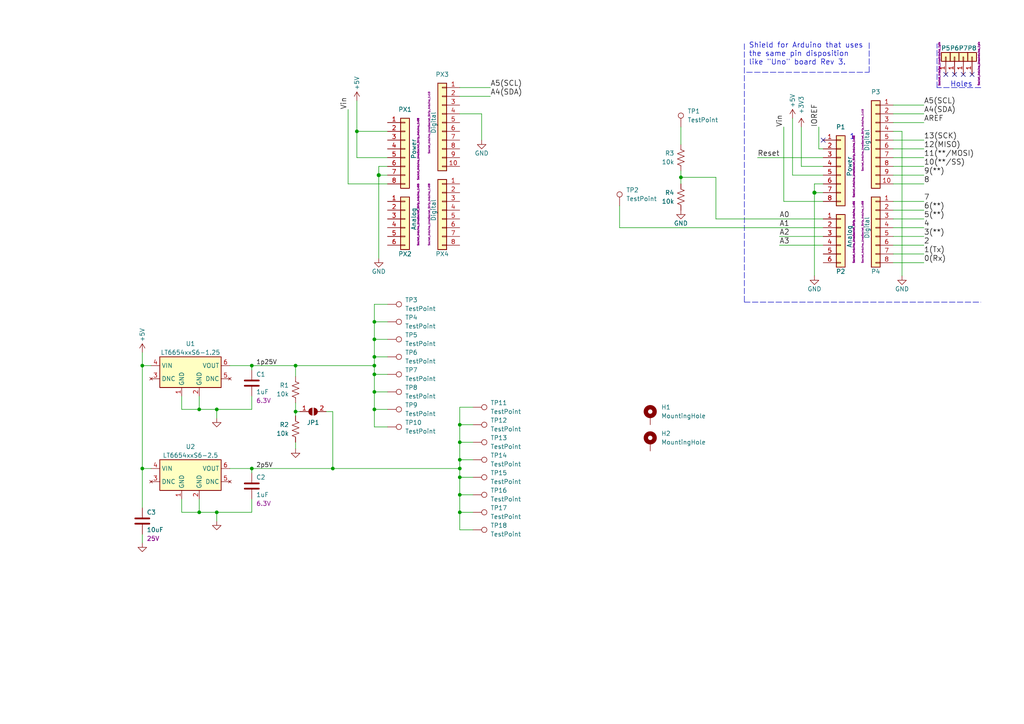
<source format=kicad_sch>
(kicad_sch (version 20211123) (generator eeschema)
  (paper "A4")
  (title_block (date "lun. 30 mars 2015"))
  (lib_symbols
    (symbol "Connector:TestPoint" (pin_numbers hide) (pin_names (offset 0.762) hide)
      (property "Reference" "TP" (at 0 6.858 0))
      (property "Value" "TestPoint" (at 0 5.08 0))
      (symbol "TestPoint_0_1"
        (circle (center 0 3.302) (radius 0.762))
      )
      (symbol "TestPoint_1_1"
        (pin passive line (at 0 0 90) (length 2.54) (name "1") (number "1"))
      )
    )
    (symbol "Connector_Generic:Conn_01x01" (pin_names (offset 1.016) hide)
      (property "Reference" "J" (at 0 2.54 0))
      (property "Value" "Conn_01x01" (at 0 -2.54 0))
      (symbol "Conn_01x01_1_1"
        (rectangle (start -1.27 0.127) (end 0 -0.127) (stroke (width 0.1524)))
        (rectangle (start -1.27 1.27) (end 1.27 -1.27) (stroke (width 0.254)) (fill (type background)))
        (pin passive line (at -5.08 0 0) (length 3.81) (name "Pin_1") (number "1"))
      )
    )
    (symbol "Connector_Generic:Conn_01x06" (pin_names (offset 1.016) hide)
      (property "Reference" "J" (at 0 7.62 0))
      (property "Value" "Conn_01x06" (at 0 -10.16 0))
      (symbol "Conn_01x06_1_1"
        (rectangle (start -1.27 -7.493) (end 0 -7.747) (stroke (width 0.1524)))
        (rectangle (start -1.27 -4.953) (end 0 -5.207) (stroke (width 0.1524)))
        (rectangle (start -1.27 -2.413) (end 0 -2.667) (stroke (width 0.1524)))
        (rectangle (start -1.27 0.127) (end 0 -0.127) (stroke (width 0.1524)))
        (rectangle (start -1.27 2.667) (end 0 2.413) (stroke (width 0.1524)))
        (rectangle (start -1.27 5.207) (end 0 4.953) (stroke (width 0.1524)))
        (rectangle (start -1.27 6.35) (end 1.27 -8.89) (stroke (width 0.254)) (fill (type background)))
        (pin passive line (at -5.08 5.08 0) (length 3.81) (name "Pin_1") (number "1"))
        (pin passive line (at -5.08 2.54 0) (length 3.81) (name "Pin_2") (number "2"))
        (pin passive line (at -5.08 0 0) (length 3.81) (name "Pin_3") (number "3"))
        (pin passive line (at -5.08 -2.54 0) (length 3.81) (name "Pin_4") (number "4"))
        (pin passive line (at -5.08 -5.08 0) (length 3.81) (name "Pin_5") (number "5"))
        (pin passive line (at -5.08 -7.62 0) (length 3.81) (name "Pin_6") (number "6"))
      )
    )
    (symbol "Connector_Generic:Conn_01x08" (pin_names (offset 1.016) hide)
      (property "Reference" "J" (at 0 10.16 0))
      (property "Value" "Conn_01x08" (at 0 -12.7 0))
      (symbol "Conn_01x08_1_1"
        (rectangle (start -1.27 -10.033) (end 0 -10.287) (stroke (width 0.1524)))
        (rectangle (start -1.27 -7.493) (end 0 -7.747) (stroke (width 0.1524)))
        (rectangle (start -1.27 -4.953) (end 0 -5.207) (stroke (width 0.1524)))
        (rectangle (start -1.27 -2.413) (end 0 -2.667) (stroke (width 0.1524)))
        (rectangle (start -1.27 0.127) (end 0 -0.127) (stroke (width 0.1524)))
        (rectangle (start -1.27 2.667) (end 0 2.413) (stroke (width 0.1524)))
        (rectangle (start -1.27 5.207) (end 0 4.953) (stroke (width 0.1524)))
        (rectangle (start -1.27 7.747) (end 0 7.493) (stroke (width 0.1524)))
        (rectangle (start -1.27 8.89) (end 1.27 -11.43) (stroke (width 0.254)) (fill (type background)))
        (pin passive line (at -5.08 7.62 0) (length 3.81) (name "Pin_1") (number "1"))
        (pin passive line (at -5.08 5.08 0) (length 3.81) (name "Pin_2") (number "2"))
        (pin passive line (at -5.08 2.54 0) (length 3.81) (name "Pin_3") (number "3"))
        (pin passive line (at -5.08 0 0) (length 3.81) (name "Pin_4") (number "4"))
        (pin passive line (at -5.08 -2.54 0) (length 3.81) (name "Pin_5") (number "5"))
        (pin passive line (at -5.08 -5.08 0) (length 3.81) (name "Pin_6") (number "6"))
        (pin passive line (at -5.08 -7.62 0) (length 3.81) (name "Pin_7") (number "7"))
        (pin passive line (at -5.08 -10.16 0) (length 3.81) (name "Pin_8") (number "8"))
      )
    )
    (symbol "Connector_Generic:Conn_01x10" (pin_names (offset 1.016) hide)
      (property "Reference" "J" (at 0 12.7 0))
      (property "Value" "Conn_01x10" (at 0 -15.24 0))
      (symbol "Conn_01x10_1_1"
        (rectangle (start -1.27 -12.573) (end 0 -12.827) (stroke (width 0.1524)))
        (rectangle (start -1.27 -10.033) (end 0 -10.287) (stroke (width 0.1524)))
        (rectangle (start -1.27 -7.493) (end 0 -7.747) (stroke (width 0.1524)))
        (rectangle (start -1.27 -4.953) (end 0 -5.207) (stroke (width 0.1524)))
        (rectangle (start -1.27 -2.413) (end 0 -2.667) (stroke (width 0.1524)))
        (rectangle (start -1.27 0.127) (end 0 -0.127) (stroke (width 0.1524)))
        (rectangle (start -1.27 2.667) (end 0 2.413) (stroke (width 0.1524)))
        (rectangle (start -1.27 5.207) (end 0 4.953) (stroke (width 0.1524)))
        (rectangle (start -1.27 7.747) (end 0 7.493) (stroke (width 0.1524)))
        (rectangle (start -1.27 10.287) (end 0 10.033) (stroke (width 0.1524)))
        (rectangle (start -1.27 11.43) (end 1.27 -13.97) (stroke (width 0.254)) (fill (type background)))
        (pin passive line (at -5.08 10.16 0) (length 3.81) (name "Pin_1") (number "1"))
        (pin passive line (at -5.08 -12.7 0) (length 3.81) (name "Pin_10") (number "10"))
        (pin passive line (at -5.08 7.62 0) (length 3.81) (name "Pin_2") (number "2"))
        (pin passive line (at -5.08 5.08 0) (length 3.81) (name "Pin_3") (number "3"))
        (pin passive line (at -5.08 2.54 0) (length 3.81) (name "Pin_4") (number "4"))
        (pin passive line (at -5.08 0 0) (length 3.81) (name "Pin_5") (number "5"))
        (pin passive line (at -5.08 -2.54 0) (length 3.81) (name "Pin_6") (number "6"))
        (pin passive line (at -5.08 -5.08 0) (length 3.81) (name "Pin_7") (number "7"))
        (pin passive line (at -5.08 -7.62 0) (length 3.81) (name "Pin_8") (number "8"))
        (pin passive line (at -5.08 -10.16 0) (length 3.81) (name "Pin_9") (number "9"))
      )
    )
    (symbol "Device:C" (pin_numbers hide) (pin_names (offset 0.254))
      (property "Reference" "C" (at 0.635 2.54 0))
      (property "Value" "C" (at 0.635 -2.54 0))
      (symbol "C_0_1"
        (polyline (pts (xy -2.032 -0.762) (xy 2.032 -0.762)) (stroke (width 0.508)))
        (polyline (pts (xy -2.032 0.762) (xy 2.032 0.762)) (stroke (width 0.508)))
      )
      (symbol "C_1_1"
        (pin passive line (at 0 3.81 270) (length 2.794) (name "~") (number "1"))
        (pin passive line (at 0 -3.81 90) (length 2.794) (name "~") (number "2"))
      )
    )
    (symbol "Device:R_US" (pin_numbers hide) (pin_names (offset 0))
      (property "Reference" "R" (at 2.54 0 90))
      (property "Value" "R_US" (at -2.54 0 90))
      (symbol "R_US_0_1"
        (polyline (pts (xy 0 -2.286) (xy 0 -2.54)))
        (polyline (pts (xy 0 2.286) (xy 0 2.54)))
        (polyline (pts (xy 0 -0.762) (xy 1.016 -1.143) (xy 0 -1.524) (xy -1.016 -1.905) (xy 0 -2.286)))
        (polyline (pts (xy 0 0.762) (xy 1.016 0.381) (xy 0 0) (xy -1.016 -0.381) (xy 0 -0.762)))
        (polyline (pts (xy 0 2.286) (xy 1.016 1.905) (xy 0 1.524) (xy -1.016 1.143) (xy 0 0.762)))
      )
      (symbol "R_US_1_1"
        (pin passive line (at 0 3.81 270) (length 1.27) (name "~") (number "1"))
        (pin passive line (at 0 -3.81 90) (length 1.27) (name "~") (number "2"))
      )
    )
    (symbol "ISE_Generic:LT6654xxS6"
      (property "Reference" "U" (at -8.89 6.35 0))
      (property "Value" "LT6654xxS6" (at 3.81 6.35 0))
      (symbol "LT6654xxS6_0_1"
        (rectangle (start -8.89 5.08) (end 8.89 -3.81) (stroke (width 0.254)) (fill (type background)))
      )
      (symbol "LT6654xxS6_1_1"
        (pin power_in line (at -2.54 -6.35 90) (length 2.54) (name "GND") (number "1"))
        (pin power_in line (at 2.54 -6.35 90) (length 2.54) (name "GND") (number "2"))
        (pin no_connect line (at -11.43 -1.27 0) (length 2.54) (name "DNC") (number "3"))
        (pin power_in line (at -11.43 2.54 0) (length 2.54) (name "VIN") (number "4"))
        (pin no_connect line (at 11.43 -1.27 180) (length 2.54) (name "DNC") (number "5"))
        (pin output line (at 11.43 2.54 180) (length 2.54) (name "VOUT") (number "6"))
      )
    )
    (symbol "Jumper:SolderJumper_2_Open" (pin_names (offset 0) hide)
      (property "Reference" "JP" (at 0 2.032 0))
      (property "Value" "SolderJumper_2_Open" (at 0 -2.54 0))
      (symbol "SolderJumper_2_Open_0_1"
        (arc (start -0.254 1.016) (mid -1.27 0) (end -0.254 -1.016))
        (arc (start -0.254 1.016) (mid -1.27 0) (end -0.254 -1.016) (fill (type outline)))
        (polyline (pts (xy -0.254 1.016) (xy -0.254 -1.016)))
        (polyline (pts (xy 0.254 1.016) (xy 0.254 -1.016)))
        (arc (start 0.254 -1.016) (mid 1.27 0) (end 0.254 1.016))
        (arc (start 0.254 -1.016) (mid 1.27 0) (end 0.254 1.016) (fill (type outline)))
      )
      (symbol "SolderJumper_2_Open_1_1"
        (pin passive line (at -3.81 0 0) (length 2.54) (name "A") (number "1"))
        (pin passive line (at 3.81 0 180) (length 2.54) (name "B") (number "2"))
      )
    )
    (symbol "Mechanical:MountingHole_Pad" (pin_numbers hide) (pin_names (offset 1.016) hide)
      (property "Reference" "H" (at 0 6.35 0))
      (property "Value" "MountingHole_Pad" (at 0 4.445 0))
      (symbol "MountingHole_Pad_0_1"
        (circle (center 0 1.27) (radius 1.27) (stroke (width 1.27)))
      )
      (symbol "MountingHole_Pad_1_1"
        (pin input line (at 0 -2.54 90) (length 2.54) (name "1") (number "1"))
      )
    )
    (symbol "power:+3.3V" (power) (pin_names (offset 0))
      (property "Value" "+3.3V" (at 0 3.556 0))
      (symbol "+3.3V_0_1"
        (polyline (pts (xy -0.762 1.27) (xy 0 2.54)))
        (polyline (pts (xy 0 0) (xy 0 2.54)))
        (polyline (pts (xy 0 2.54) (xy 0.762 1.27)))
      )
      (symbol "+3.3V_1_1"
        (pin power_in line (at 0 0 90) (length 0) hide (name "+3V3") (number "1"))
      )
    )
    (symbol "power:+5V" (power) (pin_names (offset 0))
      (property "Value" "+5V" (at 0 3.556 0))
      (symbol "+5V_0_1"
        (polyline (pts (xy -0.762 1.27) (xy 0 2.54)))
        (polyline (pts (xy 0 0) (xy 0 2.54)))
        (polyline (pts (xy 0 2.54) (xy 0.762 1.27)))
      )
      (symbol "+5V_1_1"
        (pin power_in line (at 0 0 90) (length 0) hide (name "+5V") (number "1"))
      )
    )
    (symbol "power:GND" (power) (pin_names (offset 0))
      (property "Value" "GND" (at 0 -3.81 0))
      (symbol "GND_0_1"
        (polyline (pts (xy 0 0) (xy 0 -1.27) (xy 1.27 -1.27) (xy 0 -2.54) (xy -1.27 -1.27) (xy 0 -1.27)))
      )
      (symbol "GND_1_1"
        (pin power_in line (at 0 0 270) (length 0) hide (name "GND") (number "1"))
      )
    )
  )
  (junction (at 62.865 118.745))
  (junction (at 109.855 50.8) (diameter 1.016))
  (junction (at 57.785 148.59))
  (junction (at 133.35 138.43))
  (junction (at 108.585 106.045))
  (junction (at 108.585 113.665))
  (junction (at 96.52 135.89))
  (junction (at 133.35 133.35))
  (junction (at 108.585 93.345))
  (junction (at 133.35 135.89))
  (junction (at 103.505 38.1))
  (junction (at 133.35 148.59))
  (junction (at 197.485 51.435))
  (junction (at 62.865 148.59))
  (junction (at 133.35 143.51))
  (junction (at 236.22 55.88) (diameter 1.016))
  (junction (at 73.025 135.89))
  (junction (at 108.585 118.745))
  (junction (at 85.725 106.045))
  (junction (at 73.025 106.045))
  (junction (at 57.785 118.745))
  (junction (at 41.275 106.045))
  (junction (at 85.725 119.38))
  (junction (at 108.585 108.585))
  (junction (at 133.35 123.19))
  (junction (at 108.585 103.505))
  (junction (at 133.35 128.27))
  (junction (at 108.585 98.425))
  (junction (at 41.275 135.89))
  (no_connect (at 279.4 21.59))
  (no_connect (at 274.32 21.59))
  (no_connect (at 276.86 21.59))
  (no_connect (at 281.94 21.59))
  (no_connect (at 238.76 40.64))
  (wire (pts (xy 133.35 153.67) (xy 137.16 153.67)))
  (wire (pts (xy 238.76 48.26) (xy 232.41 48.26)))
  (wire (pts (xy 100.965 53.34) (xy 100.965 31.75)))
  (wire (pts (xy 62.865 118.745) (xy 57.785 118.745)))
  (wire (pts (xy 112.395 88.265) (xy 108.585 88.265)))
  (wire (pts (xy 238.76 71.12) (xy 226.06 71.12)))
  (wire (pts (xy 133.35 148.59) (xy 137.16 148.59)))
  (polyline (pts (xy 252.095 20.955) (xy 252.095 12.065)) (stroke (width 0) (type dash)))
  (wire (pts (xy 108.585 118.745) (xy 108.585 123.825)))
  (wire (pts (xy 259.08 63.5) (xy 267.97 63.5)))
  (wire (pts (xy 66.675 106.045) (xy 73.025 106.045)))
  (wire (pts (xy 108.585 93.345) (xy 112.395 93.345)))
  (wire (pts (xy 73.025 106.045) (xy 85.725 106.045)))
  (wire (pts (xy 112.395 48.26) (xy 109.855 48.26)))
  (wire (pts (xy 41.275 135.89) (xy 41.275 147.32)))
  (wire (pts (xy 133.35 27.94) (xy 142.24 27.94)))
  (wire (pts (xy 112.395 53.34) (xy 100.965 53.34)))
  (wire (pts (xy 108.585 113.665) (xy 108.585 118.745)))
  (wire (pts (xy 41.275 106.045) (xy 41.275 135.89)))
  (wire (pts (xy 236.22 53.34) (xy 236.22 55.88)))
  (wire (pts (xy 108.585 103.505) (xy 112.395 103.505)))
  (wire (pts (xy 57.785 118.745) (xy 52.705 118.745)))
  (wire (pts (xy 259.08 43.18) (xy 267.97 43.18)))
  (wire (pts (xy 109.855 48.26) (xy 109.855 50.8)))
  (wire (pts (xy 261.62 38.1) (xy 261.62 80.01)))
  (wire (pts (xy 238.76 53.34) (xy 236.22 53.34)))
  (wire (pts (xy 41.275 154.94) (xy 41.275 157.48)))
  (wire (pts (xy 109.855 50.8) (xy 109.855 74.93)))
  (wire (pts (xy 108.585 108.585) (xy 108.585 113.665)))
  (wire (pts (xy 259.08 53.34) (xy 267.97 53.34)))
  (wire (pts (xy 237.49 43.18) (xy 238.76 43.18)))
  (wire (pts (xy 238.76 50.8) (xy 229.87 50.8)))
  (wire (pts (xy 133.35 143.51) (xy 137.16 143.51)))
  (wire (pts (xy 133.35 33.02) (xy 139.7 33.02)))
  (wire (pts (xy 207.645 63.5) (xy 238.76 63.5)))
  (wire (pts (xy 66.675 135.89) (xy 73.025 135.89)))
  (wire (pts (xy 133.35 128.27) (xy 137.16 128.27)))
  (wire (pts (xy 197.485 51.435) (xy 197.485 53.34)))
  (wire (pts (xy 62.865 148.59) (xy 57.785 148.59)))
  (wire (pts (xy 108.585 98.425) (xy 112.395 98.425)))
  (wire (pts (xy 259.08 40.64) (xy 267.97 40.64)))
  (wire (pts (xy 108.585 118.745) (xy 112.395 118.745)))
  (wire (pts (xy 96.52 135.89) (xy 133.35 135.89)))
  (wire (pts (xy 108.585 113.665) (xy 112.395 113.665)))
  (wire (pts (xy 259.08 58.42) (xy 267.97 58.42)))
  (wire (pts (xy 179.705 66.04) (xy 238.76 66.04)))
  (wire (pts (xy 137.16 118.11) (xy 133.35 118.11)))
  (wire (pts (xy 259.08 30.48) (xy 267.97 30.48)))
  (wire (pts (xy 86.995 119.38) (xy 85.725 119.38)))
  (wire (pts (xy 139.7 33.02) (xy 139.7 40.64)))
  (wire (pts (xy 259.08 71.12) (xy 267.97 71.12)))
  (wire (pts (xy 57.785 114.935) (xy 57.785 118.745)))
  (wire (pts (xy 41.275 106.045) (xy 43.815 106.045)))
  (wire (pts (xy 112.395 50.8) (xy 109.855 50.8)))
  (wire (pts (xy 238.76 58.42) (xy 227.33 58.42)))
  (wire (pts (xy 108.585 88.265) (xy 108.585 93.345)))
  (wire (pts (xy 133.35 135.89) (xy 133.35 138.43)))
  (wire (pts (xy 108.585 103.505) (xy 108.585 106.045)))
  (wire (pts (xy 73.025 135.89) (xy 73.025 137.16)))
  (wire (pts (xy 62.865 118.745) (xy 73.025 118.745)))
  (wire (pts (xy 133.35 138.43) (xy 133.35 143.51)))
  (wire (pts (xy 259.08 45.72) (xy 267.97 45.72)))
  (wire (pts (xy 62.865 148.59) (xy 73.025 148.59)))
  (polyline (pts (xy 284.48 25.4) (xy 271.78 25.4)) (stroke (width 0) (type dash)))
  (wire (pts (xy 197.485 36.83) (xy 197.485 41.91)))
  (wire (pts (xy 85.725 106.045) (xy 108.585 106.045)))
  (wire (pts (xy 133.35 128.27) (xy 133.35 133.35)))
  (wire (pts (xy 238.76 45.72) (xy 219.71 45.72)))
  (wire (pts (xy 73.025 144.78) (xy 73.025 148.59)))
  (wire (pts (xy 259.08 38.1) (xy 261.62 38.1)))
  (wire (pts (xy 238.76 55.88) (xy 236.22 55.88)))
  (wire (pts (xy 259.08 50.8) (xy 267.97 50.8)))
  (wire (pts (xy 133.35 148.59) (xy 133.35 153.67)))
  (wire (pts (xy 108.585 98.425) (xy 108.585 103.505)))
  (wire (pts (xy 133.35 118.11) (xy 133.35 123.19)))
  (wire (pts (xy 85.725 128.27) (xy 85.725 130.175)))
  (wire (pts (xy 133.35 123.19) (xy 137.16 123.19)))
  (wire (pts (xy 112.395 45.72) (xy 103.505 45.72)))
  (wire (pts (xy 236.22 55.88) (xy 236.22 80.01)))
  (wire (pts (xy 94.615 119.38) (xy 96.52 119.38)))
  (wire (pts (xy 96.52 119.38) (xy 96.52 135.89)))
  (wire (pts (xy 133.35 143.51) (xy 133.35 148.59)))
  (wire (pts (xy 227.33 58.42) (xy 227.33 36.83)))
  (wire (pts (xy 103.505 38.1) (xy 103.505 29.21)))
  (wire (pts (xy 73.025 135.89) (xy 96.52 135.89)))
  (wire (pts (xy 207.645 63.5) (xy 207.645 51.435)))
  (polyline (pts (xy 215.9 87.63) (xy 284.48 87.63)) (stroke (width 0) (type dash)))
  (wire (pts (xy 259.08 68.58) (xy 267.97 68.58)))
  (wire (pts (xy 52.705 148.59) (xy 52.705 144.78)))
  (wire (pts (xy 103.505 38.1) (xy 112.395 38.1)))
  (wire (pts (xy 259.08 73.66) (xy 267.97 73.66)))
  (polyline (pts (xy 271.78 25.4) (xy 271.78 12.7)) (stroke (width 0) (type dash)))
  (wire (pts (xy 108.585 123.825) (xy 112.395 123.825)))
  (wire (pts (xy 52.705 118.745) (xy 52.705 114.935)))
  (wire (pts (xy 259.08 60.96) (xy 267.97 60.96)))
  (wire (pts (xy 108.585 93.345) (xy 108.585 98.425)))
  (wire (pts (xy 62.865 118.745) (xy 62.865 121.285)))
  (wire (pts (xy 108.585 106.045) (xy 108.585 108.585)))
  (wire (pts (xy 103.505 45.72) (xy 103.505 38.1)))
  (wire (pts (xy 229.87 50.8) (xy 229.87 34.29)))
  (wire (pts (xy 133.35 138.43) (xy 137.16 138.43)))
  (wire (pts (xy 133.35 133.35) (xy 133.35 135.89)))
  (wire (pts (xy 73.025 106.045) (xy 73.025 107.315)))
  (wire (pts (xy 85.725 106.045) (xy 85.725 109.22)))
  (wire (pts (xy 133.35 25.4) (xy 142.24 25.4)))
  (wire (pts (xy 133.35 133.35) (xy 137.16 133.35)))
  (wire (pts (xy 108.585 108.585) (xy 112.395 108.585)))
  (wire (pts (xy 259.08 33.02) (xy 267.97 33.02)))
  (wire (pts (xy 207.645 51.435) (xy 197.485 51.435)))
  (wire (pts (xy 259.08 66.04) (xy 267.97 66.04)))
  (wire (pts (xy 85.725 116.84) (xy 85.725 119.38)))
  (wire (pts (xy 259.08 35.56) (xy 267.97 35.56)))
  (polyline (pts (xy 215.9 12.7) (xy 215.9 87.63)) (stroke (width 0) (type dash)))
  (wire (pts (xy 41.275 102.235) (xy 41.275 106.045)))
  (wire (pts (xy 41.275 135.89) (xy 43.815 135.89)))
  (wire (pts (xy 57.785 148.59) (xy 52.705 148.59)))
  (wire (pts (xy 232.41 48.26) (xy 232.41 36.83)))
  (wire (pts (xy 237.49 36.83) (xy 237.49 43.18)))
  (wire (pts (xy 179.705 59.69) (xy 179.705 66.04)))
  (wire (pts (xy 73.025 114.935) (xy 73.025 118.745)))
  (wire (pts (xy 85.725 119.38) (xy 85.725 120.65)))
  (wire (pts (xy 133.35 123.19) (xy 133.35 128.27)))
  (wire (pts (xy 259.08 76.2) (xy 267.97 76.2)))
  (wire (pts (xy 259.08 48.26) (xy 267.97 48.26)))
  (wire (pts (xy 197.485 49.53) (xy 197.485 51.435)))
  (wire (pts (xy 57.785 144.78) (xy 57.785 148.59)))
  (wire (pts (xy 238.76 68.58) (xy 226.06 68.58)))
  (wire (pts (xy 62.865 148.59) (xy 62.865 151.13)))
  (polyline (pts (xy 216.535 20.955) (xy 252.095 20.955)) (stroke (width 0) (type dash)))
  (text "Holes" (at 275.59 25.4 0) (effects (font (size 1.524 1.524)) (justify left bottom)))
  (text "Shield for Arduino that uses\nthe same pin disposition\nlike \"Uno\" board Rev 3." (at 217.17 19.05 0) (effects (font (size 1.524 1.524)) (justify left bottom)))
  (text "1" (at 246.38 40.64 0) (effects (font (size 1.524 1.524)) (justify left bottom)))
  (label "Vin" (at 227.33 36.83 90) (effects (font (size 1.524 1.524))))
  (label "0(Rx)" (at 267.97 76.2 0) (effects (font (size 1.524 1.524))))
  (label "4" (at 267.97 66.04 0) (effects (font (size 1.524 1.524))))
  (label "5(**)" (at 267.97 63.5 0) (effects (font (size 1.524 1.524))))
  (label "A2" (at 226.06 68.58 0) (effects (font (size 1.524 1.524))))
  (label "A0" (at 226.06 63.5 0) (effects (font (size 1.524 1.524))))
  (label "1p25V" (at 74.295 106.045 0))
  (label "A1" (at 226.06 66.04 0) (effects (font (size 1.524 1.524))))
  (label "A5(SCL)" (at 142.24 25.4 0) (effects (font (size 1.524 1.524))))
  (label "10(**/SS)" (at 267.97 48.26 0) (effects (font (size 1.524 1.524))))
  (label "13(SCK)" (at 267.97 40.64 0) (effects (font (size 1.524 1.524))))
  (label "Vin" (at 100.965 31.75 90) (effects (font (size 1.524 1.524))))
  (label "7" (at 267.97 58.42 0) (effects (font (size 1.524 1.524))))
  (label "A4(SDA)" (at 267.97 33.02 0) (effects (font (size 1.524 1.524))))
  (label "A3" (at 226.06 71.12 0) (effects (font (size 1.524 1.524))))
  (label "Reset" (at 219.71 45.72 0) (effects (font (size 1.524 1.524))))
  (label "2" (at 267.97 71.12 0) (effects (font (size 1.524 1.524))))
  (label "12(MISO)" (at 267.97 43.18 0) (effects (font (size 1.524 1.524))))
  (label "3(**)" (at 267.97 68.58 0) (effects (font (size 1.524 1.524))))
  (label "9(**)" (at 267.97 50.8 0) (effects (font (size 1.524 1.524))))
  (label "8" (at 267.97 53.34 0) (effects (font (size 1.524 1.524))))
  (label "A5(SCL)" (at 267.97 30.48 0) (effects (font (size 1.524 1.524))))
  (label "IOREF" (at 237.49 36.83 90) (effects (font (size 1.524 1.524))))
  (label "2p5V" (at 74.295 135.89 0))
  (label "A4(SDA)" (at 142.24 27.94 0) (effects (font (size 1.524 1.524))))
  (label "AREF" (at 267.97 35.56 0) (effects (font (size 1.524 1.524))))
  (label "11(**/MOSI)" (at 267.97 45.72 0) (effects (font (size 1.524 1.524))))
  (label "1(Tx)" (at 267.97 73.66 0) (effects (font (size 1.524 1.524))))
  (label "6(**)" (at 267.97 60.96 0) (effects (font (size 1.524 1.524))))
  (symbol (lib_id "Connector_Generic:Conn_01x08") (at 243.84 48.26 0) (unit 1)
    (property "Reference" "P1" (at 243.84 36.83 0))
    (property "Value" "Power" (at 246.38 48.26 90))
    (property "Footprint" "Socket_Arduino_Uno:Socket_Strip_Arduino_1x08" (at 247.65 48.26 90) (effects (font (size 0.508 0.508))))
  )
  (symbol (lib_id "power:+3.3V") (at 232.41 36.83 0) (unit 1)
    (property "Reference" "#PWR01" (effects hide))
    (property "Value" "+3.3V" (at 232.41 30.48 90))
  )
  (symbol (lib_id "power:+5V") (at 229.87 34.29 0) (unit 1)
    (property "Reference" "#PWR02" (effects hide))
    (property "Value" "+5V" (at 229.87 29.21 90))
  )
  (symbol (lib_id "power:GND") (at 236.22 80.01 0) (unit 1)
    (property "Reference" "#PWR03" (effects hide))
    (property "Value" "GND" (at 236.22 83.82 0))
  )
  (symbol (lib_id "power:GND") (at 261.62 80.01 0) (unit 1)
    (property "Reference" "#PWR04" (effects hide))
    (property "Value" "GND" (at 261.62 83.82 0))
  )
  (symbol (lib_id "Connector_Generic:Conn_01x06") (at 243.84 68.58 0) (unit 1)
    (property "Reference" "P2" (at 243.84 78.74 0))
    (property "Value" "Analog" (at 246.38 68.58 90))
    (property "Footprint" "Socket_Arduino_Uno:Socket_Strip_Arduino_1x06" (at 247.65 67.31 90) (effects (font (size 0.508 0.508))))
  )
  (symbol (lib_id "Connector_Generic:Conn_01x01") (at 274.32 16.51 90) (unit 1)
    (property "Reference" "P5" (at 274.32 13.97 90))
    (property "Value" "CONN_01X01" (effects hide))
    (property "Footprint" "Socket_Arduino_Uno:Arduino_1pin" (at 272.4404 18.5166 0) (effects (font (size 0.508 0.508))))
  )
  (symbol (lib_id "Connector_Generic:Conn_01x01") (at 276.86 16.51 90) (unit 1)
    (property "Reference" "P6" (at 276.86 13.97 90))
    (property "Value" "CONN_01X01" (effects hide))
    (property "Footprint" "Socket_Arduino_Uno:Arduino_1pin" (effects hide))
  )
  (symbol (lib_id "Connector_Generic:Conn_01x01") (at 279.4 16.51 90) (unit 1)
    (property "Reference" "P7" (at 279.4 13.97 90))
    (property "Value" "CONN_01X01" (effects hide))
    (property "Footprint" "Socket_Arduino_Uno:Arduino_1pin" (effects hide))
  )
  (symbol (lib_id "Connector_Generic:Conn_01x01") (at 281.94 16.51 90) (unit 1)
    (property "Reference" "P8" (at 281.94 13.97 90))
    (property "Value" "CONN_01X01" (effects hide))
    (property "Footprint" "Socket_Arduino_Uno:Arduino_1pin" (at 283.9212 18.4404 0) (effects (font (size 0.508 0.508))))
  )
  (symbol (lib_id "Connector_Generic:Conn_01x08") (at 254 66.04 0) (mirror y) (unit 1)
    (property "Reference" "P4" (at 254 78.74 0))
    (property "Value" "Digital" (at 251.46 66.04 90))
    (property "Footprint" "Socket_Arduino_Uno:Socket_Strip_Arduino_1x08" (at 250.19 67.31 90) (effects (font (size 0.508 0.508))))
  )
  (symbol (lib_id "Connector_Generic:Conn_01x10") (at 254 40.64 0) (mirror y) (unit 1)
    (property "Reference" "P3" (at 254 26.67 0))
    (property "Value" "Digital" (at 251.46 40.64 90))
    (property "Footprint" "Socket_Arduino_Uno:Socket_Strip_Arduino_1x10" (at 250.19 40.64 90) (effects (font (size 0.508 0.508))))
  )
  (symbol (lib_id "Device:C") (at 73.025 140.97 0) (unit 1)
    (property "Reference" "C2" (at 74.295 138.43 0) (effects (justify left)))
    (property "Value" "1uF" (at 74.295 143.51 0) (effects (justify left)))
    (property "Footprint" "Capacitor_SMD:C_0805_2012Metric" (effects hide))
    (property "Voltage" "6.3V" (at 74.295 146.05 0) (effects (justify left)))
  )
  (symbol (lib_id "Connector:TestPoint") (at 112.395 113.665 270) (mirror x) (unit 1)
    (property "Reference" "TP8" (at 117.475 112.3949 90) (effects (justify left)))
    (property "Value" "TestPoint" (at 117.475 114.9349 90) (effects (justify left)))
    (property "Footprint" "Connector_PinHeader_2.54mm:PinHeader_1x01_P2.54mm_Vertical" (effects hide))
  )
  (symbol (lib_id "Connector:TestPoint") (at 112.395 93.345 270) (mirror x) (unit 1)
    (property "Reference" "TP4" (at 117.475 92.0749 90) (effects (justify left)))
    (property "Value" "TestPoint" (at 117.475 94.6149 90) (effects (justify left)))
    (property "Footprint" "Connector_PinHeader_2.54mm:PinHeader_1x01_P2.54mm_Vertical" (effects hide))
  )
  (symbol (lib_id "Connector:TestPoint") (at 197.485 36.83 0) (mirror y) (unit 1)
    (property "Reference" "TP1" (at 199.39 32.2579 0) (effects (justify right)))
    (property "Value" "TestPoint" (at 199.39 34.7979 0) (effects (justify right)))
    (property "Footprint" "Connector_PinHeader_2.54mm:PinHeader_1x01_P2.54mm_Vertical" (effects hide))
  )
  (symbol (lib_id "Connector:TestPoint") (at 137.16 118.11 270) (mirror x) (unit 1)
    (property "Reference" "TP11" (at 142.24 116.8399 90) (effects (justify left)))
    (property "Value" "TestPoint" (at 142.24 119.3799 90) (effects (justify left)))
    (property "Footprint" "Connector_PinHeader_2.54mm:PinHeader_1x01_P2.54mm_Vertical" (effects hide))
  )
  (symbol (lib_id "Device:R_US") (at 197.485 45.72 180) (unit 1)
    (property "Reference" "R3" (at 195.58 44.45 0) (effects (justify left)))
    (property "Value" "10k" (at 195.58 46.99 0) (effects (justify left)))
    (property "Footprint" "Resistor_SMD:R_0805_2012Metric" (effects hide))
  )
  (symbol (lib_id "power:GND") (at 197.485 60.96 0) (unit 1)
    (property "Reference" "#PWR0103" (effects hide))
    (property "Value" "GND" (at 197.485 64.77 0))
  )
  (symbol (lib_id "Connector:TestPoint") (at 137.16 123.19 270) (mirror x) (unit 1)
    (property "Reference" "TP12" (at 142.24 121.9199 90) (effects (justify left)))
    (property "Value" "TestPoint" (at 142.24 124.4599 90) (effects (justify left)))
    (property "Footprint" "Connector_PinHeader_2.54mm:PinHeader_1x01_P2.54mm_Vertical" (effects hide))
  )
  (symbol (lib_id "power:+5V") (at 103.505 29.21 0) (unit 1)
    (property "Reference" "#PWR09" (effects hide))
    (property "Value" "+5V" (at 103.505 24.13 90))
  )
  (symbol (lib_id "power:GND") (at 62.865 151.13 0) (unit 1)
    (property "Reference" "#PWR08" (effects hide))
    (property "Value" "GND" (effects hide))
  )
  (symbol (lib_id "Connector:TestPoint") (at 137.16 128.27 270) (mirror x) (unit 1)
    (property "Reference" "TP13" (at 142.24 126.9999 90) (effects (justify left)))
    (property "Value" "TestPoint" (at 142.24 129.5399 90) (effects (justify left)))
    (property "Footprint" "Connector_PinHeader_2.54mm:PinHeader_1x01_P2.54mm_Vertical" (effects hide))
  )
  (symbol (lib_id "Device:R_US") (at 85.725 113.03 180) (unit 1)
    (property "Reference" "R1" (at 83.82 111.76 0) (effects (justify left)))
    (property "Value" "10k" (at 83.82 114.3 0) (effects (justify left)))
    (property "Footprint" "Resistor_SMD:R_0805_2012Metric" (effects hide))
  )
  (symbol (lib_id "power:GND") (at 41.275 157.48 0) (unit 1)
    (property "Reference" "#PWR06" (effects hide))
    (property "Value" "GND" (effects hide))
  )
  (symbol (lib_id "Connector:TestPoint") (at 137.16 133.35 270) (mirror x) (unit 1)
    (property "Reference" "TP14" (at 142.24 132.0799 90) (effects (justify left)))
    (property "Value" "TestPoint" (at 142.24 134.6199 90) (effects (justify left)))
    (property "Footprint" "Connector_PinHeader_2.54mm:PinHeader_1x01_P2.54mm_Vertical" (effects hide))
  )
  (symbol (lib_id "ISE_Generic:LT6654xxS6") (at 55.245 138.43 0) (unit 1)
    (property "Reference" "U2" (at 55.245 129.54 0))
    (property "Value" "LT6654xxS6-2.5" (at 55.245 132.08 0))
    (property "Footprint" "Package_TO_SOT_SMD:TSOT-23-6" (effects hide))
    (property "Datasheet" "https://www.analog.com/en/products/lt6654.html" (effects hide))
  )
  (symbol (lib_id "Connector_Generic:Conn_01x08") (at 128.27 60.96 0) (mirror y) (unit 1)
    (property "Reference" "PX4" (at 128.27 73.66 0))
    (property "Value" "Digital" (at 125.73 60.96 90))
    (property "Footprint" "Socket_Arduino_Uno:Socket_Strip_Arduino_1x08" (at 124.46 62.23 90) (effects (font (size 0.508 0.508))))
  )
  (symbol (lib_id "Device:C") (at 41.275 151.13 0) (unit 1)
    (property "Reference" "C3" (at 42.545 148.59 0) (effects (justify left)))
    (property "Value" "10uF" (at 42.545 153.67 0) (effects (justify left)))
    (property "Footprint" "Capacitor_SMD:C_0805_2012Metric" (effects hide))
    (property "Voltage" "25V" (at 42.545 156.21 0) (effects (justify left)))
  )
  (symbol (lib_id "ISE_Generic:LT6654xxS6") (at 55.245 108.585 0) (unit 1)
    (property "Reference" "U1" (at 55.245 99.695 0))
    (property "Value" "LT6654xxS6-1.25" (at 55.245 102.235 0))
    (property "Footprint" "Package_TO_SOT_SMD:TSOT-23-6" (effects hide))
    (property "Datasheet" "https://www.analog.com/en/products/lt6654.html" (effects hide))
  )
  (symbol (lib_id "Connector_Generic:Conn_01x08") (at 117.475 43.18 0) (unit 1)
    (property "Reference" "PX1" (at 117.475 31.75 0))
    (property "Value" "Power" (at 120.015 43.18 90))
    (property "Footprint" "Socket_Arduino_Uno:Socket_Strip_Arduino_1x08" (at 121.285 43.18 90) (effects (font (size 0.508 0.508))))
  )
  (symbol (lib_id "Connector:TestPoint") (at 112.395 103.505 270) (mirror x) (unit 1)
    (property "Reference" "TP6" (at 117.475 102.2349 90) (effects (justify left)))
    (property "Value" "TestPoint" (at 117.475 104.7749 90) (effects (justify left)))
    (property "Footprint" "Connector_PinHeader_2.54mm:PinHeader_1x01_P2.54mm_Vertical" (effects hide))
  )
  (symbol (lib_id "Connector:TestPoint") (at 112.395 118.745 270) (mirror x) (unit 1)
    (property "Reference" "TP9" (at 117.475 117.4749 90) (effects (justify left)))
    (property "Value" "TestPoint" (at 117.475 120.0149 90) (effects (justify left)))
    (property "Footprint" "Connector_PinHeader_2.54mm:PinHeader_1x01_P2.54mm_Vertical" (effects hide))
  )
  (symbol (lib_id "Connector:TestPoint") (at 137.16 138.43 270) (mirror x) (unit 1)
    (property "Reference" "TP15" (at 142.24 137.1599 90) (effects (justify left)))
    (property "Value" "TestPoint" (at 142.24 139.6999 90) (effects (justify left)))
    (property "Footprint" "Connector_PinHeader_2.54mm:PinHeader_1x01_P2.54mm_Vertical" (effects hide))
  )
  (symbol (lib_id "power:GND") (at 139.7 40.64 0) (unit 1)
    (property "Reference" "#PWR0101" (effects hide))
    (property "Value" "GND" (at 139.7 44.45 0))
  )
  (symbol (lib_id "Connector:TestPoint") (at 179.705 59.69 0) (mirror y) (unit 1)
    (property "Reference" "TP2" (at 181.61 55.1179 0) (effects (justify right)))
    (property "Value" "TestPoint" (at 181.61 57.6579 0) (effects (justify right)))
    (property "Footprint" "Connector_PinHeader_2.54mm:PinHeader_1x01_P2.54mm_Vertical" (effects hide))
  )
  (symbol (lib_id "Device:R_US") (at 85.725 124.46 180) (unit 1)
    (property "Reference" "R2" (at 83.82 123.19 0) (effects (justify left)))
    (property "Value" "10k" (at 83.82 125.73 0) (effects (justify left)))
    (property "Footprint" "Resistor_SMD:R_0805_2012Metric" (effects hide))
  )
  (symbol (lib_id "Connector:TestPoint") (at 112.395 108.585 270) (mirror x) (unit 1)
    (property "Reference" "TP7" (at 117.475 107.3149 90) (effects (justify left)))
    (property "Value" "TestPoint" (at 117.475 109.8549 90) (effects (justify left)))
    (property "Footprint" "Connector_PinHeader_2.54mm:PinHeader_1x01_P2.54mm_Vertical" (effects hide))
  )
  (symbol (lib_id "Connector:TestPoint") (at 137.16 148.59 270) (mirror x) (unit 1)
    (property "Reference" "TP17" (at 142.24 147.3199 90) (effects (justify left)))
    (property "Value" "TestPoint" (at 142.24 149.8599 90) (effects (justify left)))
    (property "Footprint" "Connector_PinHeader_2.54mm:PinHeader_1x01_P2.54mm_Vertical" (effects hide))
  )
  (symbol (lib_id "Connector:TestPoint") (at 137.16 153.67 270) (mirror x) (unit 1)
    (property "Reference" "TP18" (at 142.24 152.3999 90) (effects (justify left)))
    (property "Value" "TestPoint" (at 142.24 154.9399 90) (effects (justify left)))
    (property "Footprint" "Connector_PinHeader_2.54mm:PinHeader_1x01_P2.54mm_Vertical" (effects hide))
  )
  (symbol (lib_id "Connector:TestPoint") (at 112.395 98.425 270) (mirror x) (unit 1)
    (property "Reference" "TP5" (at 117.475 97.1549 90) (effects (justify left)))
    (property "Value" "TestPoint" (at 117.475 99.6949 90) (effects (justify left)))
    (property "Footprint" "Connector_PinHeader_2.54mm:PinHeader_1x01_P2.54mm_Vertical" (effects hide))
  )
  (symbol (lib_id "Device:R_US") (at 197.485 57.15 180) (unit 1)
    (property "Reference" "R4" (at 195.58 55.88 0) (effects (justify left)))
    (property "Value" "10k" (at 195.58 58.42 0) (effects (justify left)))
    (property "Footprint" "Resistor_SMD:R_0805_2012Metric" (effects hide))
  )
  (symbol (lib_id "power:GND") (at 85.725 130.175 0) (unit 1)
    (property "Reference" "#PWR0102" (effects hide))
    (property "Value" "GND" (effects hide))
  )
  (symbol (lib_id "power:GND") (at 62.865 121.285 0) (unit 1)
    (property "Reference" "#PWR07" (effects hide))
    (property "Value" "GND" (effects hide))
  )
  (symbol (lib_id "Mechanical:MountingHole_Pad") (at 188.595 120.65 0) (unit 1)
    (property "Reference" "H1" (at 191.77 118.1099 0) (effects (justify left)))
    (property "Value" "MountingHole" (at 191.77 120.6499 0) (effects (justify left)))
    (property "Footprint" "MountingHole:MountingHole_3.2mm_M3_Pad" (effects hide))
  )
  (symbol (lib_id "Connector:TestPoint") (at 112.395 123.825 270) (mirror x) (unit 1)
    (property "Reference" "TP10" (at 117.475 122.5549 90) (effects (justify left)))
    (property "Value" "TestPoint" (at 117.475 125.0949 90) (effects (justify left)))
    (property "Footprint" "Connector_PinHeader_2.54mm:PinHeader_1x01_P2.54mm_Vertical" (effects hide))
  )
  (symbol (lib_id "Jumper:SolderJumper_2_Open") (at 90.805 119.38 0) (unit 1)
    (property "Reference" "JP1" (at 90.805 122.555 0))
    (property "Value" "SolderJumper_2_Open" (effects hide))
    (property "Footprint" "Jumper:SolderJumper-2_P1.3mm_Open_RoundedPad1.0x1.5mm" (effects hide))
  )
  (symbol (lib_id "Connector:TestPoint") (at 112.395 88.265 270) (mirror x) (unit 1)
    (property "Reference" "TP3" (at 117.475 86.9949 90) (effects (justify left)))
    (property "Value" "TestPoint" (at 117.475 89.5349 90) (effects (justify left)))
    (property "Footprint" "Connector_PinHeader_2.54mm:PinHeader_1x01_P2.54mm_Vertical" (effects hide))
  )
  (symbol (lib_id "Device:C") (at 73.025 111.125 0) (unit 1)
    (property "Reference" "C1" (at 74.295 108.585 0) (effects (justify left)))
    (property "Value" "1uF" (at 74.295 113.665 0) (effects (justify left)))
    (property "Footprint" "Capacitor_SMD:C_0805_2012Metric" (effects hide))
    (property "Voltage" "6.3V" (at 74.295 116.205 0) (effects (justify left)))
  )
  (symbol (lib_id "Connector:TestPoint") (at 137.16 143.51 270) (mirror x) (unit 1)
    (property "Reference" "TP16" (at 142.24 142.2399 90) (effects (justify left)))
    (property "Value" "TestPoint" (at 142.24 144.7799 90) (effects (justify left)))
    (property "Footprint" "Connector_PinHeader_2.54mm:PinHeader_1x01_P2.54mm_Vertical" (effects hide))
  )
  (symbol (lib_id "Connector_Generic:Conn_01x06") (at 117.475 63.5 0) (unit 1)
    (property "Reference" "PX2" (at 117.475 73.66 0))
    (property "Value" "Analog" (at 120.015 63.5 90))
    (property "Footprint" "Socket_Arduino_Uno:Socket_Strip_Arduino_1x06" (at 121.285 62.23 90) (effects (font (size 0.508 0.508))))
  )
  (symbol (lib_id "Connector_Generic:Conn_01x10") (at 128.27 35.56 0) (mirror y) (unit 1)
    (property "Reference" "PX3" (at 128.27 21.59 0))
    (property "Value" "Digital" (at 125.73 35.56 90))
    (property "Footprint" "Socket_Arduino_Uno:Socket_Strip_Arduino_1x10" (at 124.46 35.56 90) (effects (font (size 0.508 0.508))))
  )
  (symbol (lib_id "power:GND") (at 109.855 74.93 0) (unit 1)
    (property "Reference" "#PWR010" (effects hide))
    (property "Value" "GND" (at 109.855 78.74 0))
  )
  (symbol (lib_id "power:+5V") (at 41.275 102.235 0) (unit 1)
    (property "Reference" "#PWR05" (effects hide))
    (property "Value" "+5V" (at 41.275 97.155 90))
  )
  (symbol (lib_id "Mechanical:MountingHole_Pad") (at 188.595 128.27 0) (unit 1)
    (property "Reference" "H2" (at 191.77 125.7299 0) (effects (justify left)))
    (property "Value" "MountingHole" (at 191.77 128.2699 0) (effects (justify left)))
    (property "Footprint" "MountingHole:MountingHole_3.2mm_M3_Pad" (effects hide))
  )
)
</source>
